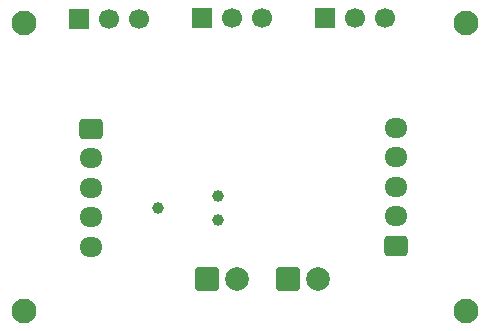
<source format=gbr>
%TF.GenerationSoftware,KiCad,Pcbnew,9.0.2*%
%TF.CreationDate,2025-06-30T23:17:22-04:00*%
%TF.ProjectId,Serv3Controller,53657276-3343-46f6-9e74-726f6c6c6572,rev?*%
%TF.SameCoordinates,Original*%
%TF.FileFunction,Soldermask,Bot*%
%TF.FilePolarity,Negative*%
%FSLAX46Y46*%
G04 Gerber Fmt 4.6, Leading zero omitted, Abs format (unit mm)*
G04 Created by KiCad (PCBNEW 9.0.2) date 2025-06-30 23:17:22*
%MOMM*%
%LPD*%
G01*
G04 APERTURE LIST*
G04 Aperture macros list*
%AMRoundRect*
0 Rectangle with rounded corners*
0 $1 Rounding radius*
0 $2 $3 $4 $5 $6 $7 $8 $9 X,Y pos of 4 corners*
0 Add a 4 corners polygon primitive as box body*
4,1,4,$2,$3,$4,$5,$6,$7,$8,$9,$2,$3,0*
0 Add four circle primitives for the rounded corners*
1,1,$1+$1,$2,$3*
1,1,$1+$1,$4,$5*
1,1,$1+$1,$6,$7*
1,1,$1+$1,$8,$9*
0 Add four rect primitives between the rounded corners*
20,1,$1+$1,$2,$3,$4,$5,0*
20,1,$1+$1,$4,$5,$6,$7,0*
20,1,$1+$1,$6,$7,$8,$9,0*
20,1,$1+$1,$8,$9,$2,$3,0*%
G04 Aperture macros list end*
%ADD10RoundRect,0.250000X-0.725000X0.600000X-0.725000X-0.600000X0.725000X-0.600000X0.725000X0.600000X0*%
%ADD11O,1.950000X1.700000*%
%ADD12C,2.100000*%
%ADD13R,1.700000X1.700000*%
%ADD14C,1.700000*%
%ADD15RoundRect,0.250000X0.725000X-0.600000X0.725000X0.600000X-0.725000X0.600000X-0.725000X-0.600000X0*%
%ADD16RoundRect,0.250000X-0.750000X-0.750000X0.750000X-0.750000X0.750000X0.750000X-0.750000X0.750000X0*%
%ADD17C,2.000000*%
%ADD18C,0.990600*%
G04 APERTURE END LIST*
D10*
%TO.C,J6*%
X80800000Y-85300000D03*
D11*
X80800000Y-87800000D03*
X80800000Y-90300000D03*
X80800000Y-92800000D03*
X80800000Y-95300000D03*
%TD*%
D12*
%TO.C,REF\u002A\u002A*%
X75100000Y-76300000D03*
%TD*%
D13*
%TO.C,J7*%
X90160000Y-75900000D03*
D14*
X92700000Y-75900000D03*
X95240000Y-75900000D03*
%TD*%
D12*
%TO.C,REF\u002A\u002A*%
X75100000Y-100700000D03*
%TD*%
D15*
%TO.C,J5*%
X106550000Y-95200000D03*
D11*
X106550000Y-92700000D03*
X106550000Y-90200000D03*
X106550000Y-87700000D03*
X106550000Y-85200000D03*
%TD*%
D12*
%TO.C,REF\u002A\u002A*%
X112500000Y-100700000D03*
%TD*%
D16*
%TO.C,J2*%
X97425000Y-98017500D03*
D17*
X99965000Y-98017500D03*
%TD*%
D13*
%TO.C,J8*%
X100600000Y-75900000D03*
D14*
X103140000Y-75900000D03*
X105680000Y-75900000D03*
%TD*%
D13*
%TO.C,J4*%
X79760000Y-75962500D03*
D14*
X82300000Y-75962500D03*
X84840000Y-75962500D03*
%TD*%
D16*
%TO.C,J3*%
X90625000Y-98017500D03*
D17*
X93165000Y-98017500D03*
%TD*%
D18*
%TO.C,J1*%
X86460000Y-92000000D03*
X91540000Y-90984000D03*
X91540000Y-93016000D03*
%TD*%
D12*
%TO.C,REF\u002A\u002A*%
X112500000Y-76300000D03*
%TD*%
M02*

</source>
